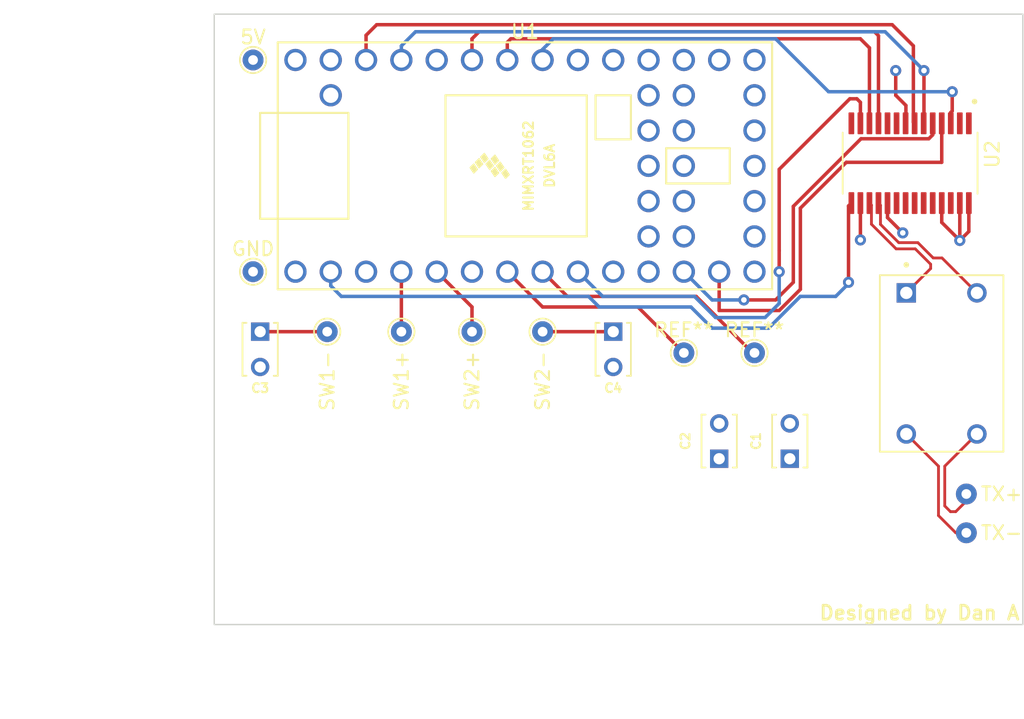
<source format=kicad_pcb>
(kicad_pcb (version 20241229) (generator "pcbnew") (generator_version "9.0")
  (layers (0 "F.Cu" signal) (4 "In1.Cu" power) (6 "In2.Cu" power) (2 "B.Cu" signal) (13 "F.Paste" user) (15 "B.Paste" user) (5 "F.SilkS" user "F.Silkscreen") (7 "B.SilkS" user "B.Silkscreen") (1 "F.Mask" user) (3 "B.Mask" user) (25 "Edge.Cuts" user))
  (net 0 "")
  (net 2 "Net-(U2-V_IO)")
  (net 3 "Net-(U1-20_A6_TX5_LRCLK1)")
  (net 4 "Net-(U1-7_RX2_OUT1A)")
  (net 6 "GND")
  (net 7 "Net-(U1-0_RX1_CRX2_CS1)")
  (net 9 "Net-(U1-11_MOSI_CTX1)")
  (net 10 "Net-(U1-10_CS_MQSR)")
  (net 12 "Net-(U1-21_A7_RX5_BCLK1)")
  (net 15 "Net-(U1-19_A5_SCL0)")
  (net 19 "Net-(U1-23_A9_CRX1_MCLK1)")
  (net 22 "Net-(U1-2_OUT2)")
  (net 23 "Net-(U1-5_IN2)")
  (net 24 "Net-(U1-3_LRCLK2)")
  (net 25 "Net-(U1-6_OUT1D)")
  (net 54 "/DIT4192-TX-")
  (net 55 "/DIT4192-TX+")
  (net 57 "5V0")
  (net 58 "/XLR-TX-")
  (net 59 "/XLR-TX+")
  (net 60 "Net-(C3-Pad1)")
  (net 61 "Net-(C4-Pad1)")
  (footprint "KiCad Models:CAPRR254W54L381T254H466" (layer "F.Cu") (at 157.48 59.69 90)
    (property "Reference" "C2" (at 0 -2.4264 90) (layer "F.SilkS") (effects (font (size 0.64 0.64))))
    (property "Value" "C_Small")
    (fp_line (start 1.905 -1.27) (end -1.905 -1.27) (stroke (width 0.127)) (layer "F.SilkS"))
    (fp_line (start -1.905 -1.27) (end -1.905 -0.979) (stroke (width 0.127)) (layer "F.SilkS"))
    (fp_line (start 1.905 -0.979) (end 1.905 -1.27) (stroke (width 0.127)) (layer "F.SilkS"))
    (fp_line (start 1.905 1.27) (end 1.905 0.979) (stroke (width 0.127)) (layer "F.SilkS"))
    (fp_line (start -1.905 1.27) (end -1.905 0.979) (stroke (width 0.127)) (layer "F.SilkS"))
    (fp_line (start -1.905 1.27) (end 1.905 1.27) (stroke (width 0.127)) (layer "F.SilkS"))
    (pad "1" thru_hole rect (at -1.27 0 90) (size 1.318 1.318) (drill 0.81) (layers "*.Cu" "*.Mask") (net 23 "Net-(U1-5_IN2)"))
    (pad "2" thru_hole circle (at 1.27 0 90) (size 1.318 1.318) (drill 0.81) (layers "*.Cu" "*.Mask") (net 6 "GND"))
  )
  (footprint "KiCad Models:Teensy40" (layer "F.Cu") (at 143.51 39.878)
    (property "Reference" "U1" (at 0 -9.652 0) (layer "F.SilkS"))
    (property "Value" "Teensy4.0")
    (fp_line (start -19.05 -3.81) (end -17.78 -3.81) (stroke (width 0.15)) (layer "F.SilkS"))
    (fp_line (start -19.05 3.81) (end -19.05 -3.81) (stroke (width 0.15)) (layer "F.SilkS"))
    (fp_line (start -17.78 -8.89) (end 17.78 -8.89) (stroke (width 0.15)) (layer "F.SilkS"))
    (fp_line (start -17.78 3.81) (end -19.05 3.81) (stroke (width 0.15)) (layer "F.SilkS"))
    (fp_line (start -17.78 8.89) (end -17.78 -8.89) (stroke (width 0.15)) (layer "F.SilkS"))
    (fp_line (start -12.7 -3.81) (end -17.78 -3.81) (stroke (width 0.15)) (layer "F.SilkS"))
    (fp_line (start -12.7 3.81) (end -17.78 3.81) (stroke (width 0.15)) (layer "F.SilkS"))
    (fp_line (start -12.7 3.81) (end -12.7 -3.81) (stroke (width 0.15)) (layer "F.SilkS"))
    (fp_line (start -5.715 -5.08) (end -5.715 5.08) (stroke (width 0.15)) (layer "F.SilkS"))
    (fp_line (start 4.445 -5.08) (end -5.715 -5.08) (stroke (width 0.15)) (layer "F.SilkS"))
    (fp_line (start 4.445 5.08) (end -5.715 5.08) (stroke (width 0.15)) (layer "F.SilkS"))
    (fp_line (start 4.445 5.08) (end 4.445 -5.08) (stroke (width 0.15)) (layer "F.SilkS"))
    (fp_line (start 5.08 -5.08) (end 7.62 -5.08) (stroke (width 0.15)) (layer "F.SilkS"))
    (fp_line (start 5.08 -1.905) (end 5.08 -5.08) (stroke (width 0.15)) (layer "F.SilkS"))
    (fp_line (start 7.62 -5.08) (end 7.62 -1.905) (stroke (width 0.15)) (layer "F.SilkS"))
    (fp_line (start 7.62 -1.905) (end 5.08 -1.905) (stroke (width 0.15)) (layer "F.SilkS"))
    (fp_line (start 10.16 -1.27) (end 14.732 -1.27) (stroke (width 0.15)) (layer "F.SilkS"))
    (fp_line (start 10.16 1.27) (end 10.16 -1.27) (stroke (width 0.15)) (layer "F.SilkS"))
    (fp_line (start 14.732 -1.27) (end 14.732 1.27) (stroke (width 0.15)) (layer "F.SilkS"))
    (fp_line (start 14.732 1.27) (end 10.16 1.27) (stroke (width 0.15)) (layer "F.SilkS"))
    (fp_line (start 17.78 -8.89) (end 17.78 8.89) (stroke (width 0.15)) (layer "F.SilkS"))
    (fp_line (start 17.78 8.89) (end -17.78 8.89) (stroke (width 0.15)) (layer "F.SilkS"))
    (fp_poly (pts (xy -3.937 0.127) (xy -3.683 -0.127) (xy -3.429 0.254) (xy -3.683 0.508)) (stroke (width 0.1)) (fill yes) (layer "F.SilkS"))
    (fp_poly (pts (xy -3.556 -0.254) (xy -3.302 -0.508) (xy -3.048 -0.127) (xy -3.302 0.127)) (stroke (width 0.1)) (fill yes) (layer "F.SilkS"))
    (fp_poly (pts (xy -3.175 -0.635) (xy -2.921 -0.889) (xy -2.667 -0.508) (xy -2.921 -0.254)) (stroke (width 0.1)) (fill yes) (layer "F.SilkS"))
    (fp_poly (pts (xy -2.794 -0.127) (xy -2.54 -0.381) (xy -2.286 0) (xy -2.54 0.254)) (stroke (width 0.1)) (fill yes) (layer "F.SilkS"))
    (fp_poly (pts (xy -2.413 -0.508) (xy -2.159 -0.762) (xy -1.905 -0.381) (xy -2.159 -0.127)) (stroke (width 0.1)) (fill yes) (layer "F.SilkS"))
    (fp_poly (pts (xy -2.413 0.381) (xy -2.159 0.127) (xy -1.905 0.508) (xy -2.159 0.762)) (stroke (width 0.1)) (fill yes) (layer "F.SilkS"))
    (fp_poly (pts (xy -2.032 0) (xy -1.778 -0.254) (xy -1.524 0.127) (xy -1.778 0.381)) (stroke (width 0.1)) (fill yes) (layer "F.SilkS"))
    (fp_poly (pts (xy -1.651 0.508) (xy -1.397 0.254) (xy -1.143 0.635) (xy -1.397 0.889)) (stroke (width 0.1)) (fill yes) (layer "F.SilkS"))
    (fp_text user "MIMXRT1062" (at 0.254 0 90) (layer "F.SilkS") (effects (font (size 0.7 0.7))))
    (fp_text user "DVL6A" (at 1.778 0 90) (layer "F.SilkS") (effects (font (size 0.7 0.7))))
    (pad "1" thru_hole circle (at -16.51 7.62) (size 1.6 1.6) (drill 1.1) (layers "*.Cu" "*.Mask"))
    (pad "2" thru_hole circle (at -13.97 7.62) (size 1.6 1.6) (drill 1.1) (layers "*.Cu" "*.Mask") (net 7 "Net-(U1-0_RX1_CRX2_CS1)"))
    (pad "3" thru_hole circle (at -11.43 7.62) (size 1.6 1.6) (drill 1.1) (layers "*.Cu" "*.Mask"))
    (pad "4" thru_hole circle (at -8.89 7.62) (size 1.6 1.6) (drill 1.1) (layers "*.Cu" "*.Mask") (net 22 "Net-(U1-2_OUT2)"))
    (pad "5" thru_hole circle (at -6.35 7.62) (size 1.6 1.6) (drill 1.1) (layers "*.Cu" "*.Mask") (net 24 "Net-(U1-3_LRCLK2)"))
    (pad "6" thru_hole circle (at -3.81 7.62) (size 1.6 1.6) (drill 1.1) (layers "*.Cu" "*.Mask"))
    (pad "7" thru_hole circle (at -1.27 7.62) (size 1.6 1.6) (drill 1.1) (layers "*.Cu" "*.Mask") (net 23 "Net-(U1-5_IN2)"))
    (pad "8" thru_hole circle (at 1.27 7.62) (size 1.6 1.6) (drill 1.1) (layers "*.Cu" "*.Mask") (net 25 "Net-(U1-6_OUT1D)"))
    (pad "9" thru_hole circle (at 3.81 7.62) (size 1.6 1.6) (drill 1.1) (layers "*.Cu" "*.Mask") (net 4 "Net-(U1-7_RX2_OUT1A)"))
    (pad "10" thru_hole circle (at 6.35 7.62) (size 1.6 1.6) (drill 1.1) (layers "*.Cu" "*.Mask"))
    (pad "11" thru_hole circle (at 8.89 7.62) (size 1.6 1.6) (drill 1.1) (layers "*.Cu" "*.Mask"))
    (pad "12" thru_hole circle (at 11.43 7.62) (size 1.6 1.6) (drill 1.1) (layers "*.Cu" "*.Mask") (net 10 "Net-(U1-10_CS_MQSR)"))
    (pad "13" thru_hole circle (at 13.97 7.62) (size 1.6 1.6) (drill 1.1) (layers "*.Cu" "*.Mask") (net 9 "Net-(U1-11_MOSI_CTX1)"))
    (pad "14" thru_hole circle (at 16.51 7.62) (size 1.6 1.6) (drill 1.1) (layers "*.Cu" "*.Mask"))
    (pad "15" thru_hole circle (at 16.51 5.08) (size 1.6 1.6) (drill 1.1) (layers "*.Cu" "*.Mask"))
    (pad "16" thru_hole circle (at 16.51 2.54) (size 1.6 1.6) (drill 1.1) (layers "*.Cu" "*.Mask"))
    (pad "17" thru_hole circle (at 16.51 0) (size 1.6 1.6) (drill 1.1) (layers "*.Cu" "*.Mask"))
    (pad "18" thru_hole circle (at 16.51 -2.54) (size 1.6 1.6) (drill 1.1) (layers "*.Cu" "*.Mask"))
    (pad "19" thru_hole circle (at 16.51 -5.08) (size 1.6 1.6) (drill 1.1) (layers "*.Cu" "*.Mask"))
    (pad "20" thru_hole circle (at 16.51 -7.62) (size 1.6 1.6) (drill 1.1) (layers "*.Cu" "*.Mask"))
    (pad "21" thru_hole circle (at 13.97 -7.62) (size 1.6 1.6) (drill 1.1) (layers "*.Cu" "*.Mask"))
    (pad "22" thru_hole circle (at 11.43 -7.62) (size 1.6 1.6) (drill 1.1) (layers "*.Cu" "*.Mask"))
    (pad "23" thru_hole circle (at 8.89 -7.62) (size 1.6 1.6) (drill 1.1) (layers "*.Cu" "*.Mask"))
    (pad "24" thru_hole circle (at 6.35 -7.62) (size 1.6 1.6) (drill 1.1) (layers "*.Cu" "*.Mask"))
    (pad "25" thru_hole circle (at 3.81 -7.62) (size 1.6 1.6) (drill 1.1) (layers "*.Cu" "*.Mask"))
    (pad "26" thru_hole circle (at 1.27 -7.62) (size 1.6 1.6) (drill 1.1) (layers "*.Cu" "*.Mask") (net 15 "Net-(U1-19_A5_SCL0)"))
    (pad "27" thru_hole circle (at -1.27 -7.62) (size 1.6 1.6) (drill 1.1) (layers "*.Cu" "*.Mask") (net 3 "Net-(U1-20_A6_TX5_LRCLK1)"))
    (pad "28" thru_hole circle (at -3.81 -7.62) (size 1.6 1.6) (drill 1.1) (layers "*.Cu" "*.Mask") (net 12 "Net-(U1-21_A7_RX5_BCLK1)"))
    (pad "29" thru_hole circle (at -6.35 -7.62) (size 1.6 1.6) (drill 1.1) (layers "*.Cu" "*.Mask"))
    (pad "30" thru_hole circle (at -8.89 -7.62) (size 1.6 1.6) (drill 1.1) (layers "*.Cu" "*.Mask") (net 19 "Net-(U1-23_A9_CRX1_MCLK1)"))
    (pad "31" thru_hole circle (at -11.43 -7.62) (size 1.6 1.6) (drill 1.1) (layers "*.Cu" "*.Mask") (net 2 "Net-(U2-V_IO)"))
    (pad "32" thru_hole circle (at -13.97 -7.62) (size 1.6 1.6) (drill 1.1) (layers "*.Cu" "*.Mask") (net 6 "GND"))
    (pad "33" thru_hole circle (at -16.51 -7.62) (size 1.6 1.6) (drill 1.1) (layers "*.Cu" "*.Mask") (net 57 "5V0"))
    (pad "34" thru_hole circle (at -13.97 -5.08) (size 1.6 1.6) (drill 1.1) (layers "*.Cu" "*.Mask"))
    (pad "35" thru_hole circle (at 11.43 -5.08) (size 1.6 1.6) (drill 1.1) (layers "*.Cu" "*.Mask"))
    (pad "36" thru_hole circle (at 8.89 -5.08) (size 1.6 1.6) (drill 1.1) (layers "*.Cu" "*.Mask"))
    (pad "37" thru_hole circle (at 11.43 -2.54) (size 1.6 1.6) (drill 1.1) (layers "*.Cu" "*.Mask"))
    (pad "38" thru_hole circle (at 8.89 -2.54) (size 1.6 1.6) (drill 1.1) (layers "*.Cu" "*.Mask"))
    (pad "39" thru_hole circle (at 11.43 0) (size 1.6 1.6) (drill 1.1) (layers "*.Cu" "*.Mask"))
    (pad "40" thru_hole circle (at 8.89 0) (size 1.6 1.6) (drill 1.1) (layers "*.Cu" "*.Mask"))
    (pad "41" thru_hole circle (at 11.43 2.54) (size 1.6 1.6) (drill 1.1) (layers "*.Cu" "*.Mask"))
    (pad "42" thru_hole circle (at 8.89 2.54) (size 1.6 1.6) (drill 1.1) (layers "*.Cu" "*.Mask"))
    (pad "43" thru_hole circle (at 11.43 5.08) (size 1.6 1.6) (drill 1.1) (layers "*.Cu" "*.Mask"))
    (pad "44" thru_hole circle (at 8.89 5.08) (size 1.6 1.6) (drill 1.1) (layers "*.Cu" "*.Mask"))
  )
  (footprint "TestPoint:TestPoint_THTPad_D1.5mm_Drill0.7mm" (layer "F.Cu") (at 160.02 53.34)
    (property "Reference" "REF**" (at 0 -1.648 0) (layer "F.SilkS"))
    (property "Value" "TestPoint_THTPad_D1.5mm_Drill0.7mm" (hide yes))
    (fp_circle (center 0 0) (end 0 0.95) (stroke (width 0.12)) (fill no) (layer "F.SilkS"))
    (pad "1" thru_hole circle (at 0 0) (size 1.5 1.5) (drill 0.7) (layers "*.Cu" "*.Mask") (net 25 "Net-(U1-6_OUT1D)"))
  )
  (footprint "KiCad Models:CAPRR254W54L381T254H466" (layer "F.Cu") (at 149.86 53.086 -90)
    (property "Reference" "C4" (at 2.794 0 180) (layer "F.SilkS") (effects (font (size 0.64 0.64))))
    (property "Value" "C_Small")
    (fp_line (start -1.905 1.27) (end 1.905 1.27) (stroke (width 0.127)) (layer "F.SilkS"))
    (fp_line (start -1.905 1.27) (end -1.905 0.979) (stroke (width 0.127)) (layer "F.SilkS"))
    (fp_line (start 1.905 1.27) (end 1.905 0.979) (stroke (width 0.127)) (layer "F.SilkS"))
    (fp_line (start 1.905 -0.979) (end 1.905 -1.27) (stroke (width 0.127)) (layer "F.SilkS"))
    (fp_line (start -1.905 -1.27) (end -1.905 -0.979) (stroke (width 0.127)) (layer "F.SilkS"))
    (fp_line (start 1.905 -1.27) (end -1.905 -1.27) (stroke (width 0.127)) (layer "F.SilkS"))
    (pad "1" thru_hole rect (at -1.27 0 270) (size 1.318 1.318) (drill 0.81) (layers "*.Cu" "*.Mask") (net 61 "Net-(C4-Pad1)"))
    (pad "2" thru_hole circle (at 1.27 0 270) (size 1.318 1.318) (drill 0.81) (layers "*.Cu" "*.Mask") (net 6 "GND"))
  )
  (footprint "" (layer "F.Cu") (at 175.26 66.294)
    (property "Reference" "" (at 0 0 0) (layer "F.SilkS") (effects (font (size 1.27 1.27))))
    (property "Value" "")
    (pad "1" thru_hole circle (at 0 0) (size 1.5 1.5) (drill 0.7) (layers "*.Cu" "*.Mask") (net 58 "/XLR-TX-"))
  )
  (footprint "TestPoint:TestPoint_THTPad_D1.5mm_Drill0.7mm" (layer "F.Cu") (at 144.78 51.816)
    (property "Reference" "SW2-" (at 0 3.556 90) (layer "F.SilkS"))
    (property "Value" "TestPoint_THTPad_D1.5mm_Drill0.7mm" (hide yes))
    (fp_circle (center 0 0) (end 0 0.95) (stroke (width 0.12)) (fill no) (layer "F.SilkS"))
    (pad "1" thru_hole circle (at 0 0) (size 1.5 1.5) (drill 0.7) (layers "*.Cu" "*.Mask") (net 61 "Net-(C4-Pad1)"))
  )
  (footprint "TestPoint:TestPoint_THTPad_D1.5mm_Drill0.7mm" (layer "F.Cu") (at 154.94 53.34)
    (property "Reference" "REF**" (at 0 -1.648 0) (layer "F.SilkS"))
    (property "Value" "TestPoint_THTPad_D1.5mm_Drill0.7mm" (hide yes))
    (fp_circle (center 0 0) (end 0 0.95) (stroke (width 0.12)) (fill no) (layer "F.SilkS"))
    (pad "1" thru_hole circle (at 0 0) (size 1.5 1.5) (drill 0.7) (layers "*.Cu" "*.Mask") (net 23 "Net-(U1-5_IN2)"))
  )
  (footprint "PE_65612NL:XFMR_PE-65612NL" (layer "F.Cu") (at 173.482 54.102 -90)
    (property "Reference" "T1" (hide yes))
    (property "Value" "PE-65612NL")
    (fp_line (start -6.35 4.445) (end 6.35 4.445) (stroke (width 0.127)) (layer "F.SilkS"))
    (fp_line (start -6.35 -4.445) (end -6.35 4.445) (stroke (width 0.127)) (layer "F.SilkS"))
    (fp_line (start -6.35 -4.445) (end 6.35 -4.445) (stroke (width 0.127)) (layer "F.SilkS"))
    (fp_line (start 6.35 -4.445) (end 6.35 4.445) (stroke (width 0.127)) (layer "F.SilkS"))
    (fp_circle (center -7.1 2.54) (end -7 2.54) (stroke (width 0.2)) (fill no) (layer "F.SilkS"))
    (pad "1" thru_hole rect (at -5.08 2.54 270) (size 1.397 1.397) (drill 0.889) (layers "*.Cu" "*.Mask") (net 54 "/DIT4192-TX-"))
    (pad "2" thru_hole circle (at -5.08 -2.54 270) (size 1.397 1.397) (drill 0.889) (layers "*.Cu" "*.Mask") (net 55 "/DIT4192-TX+"))
    (pad "3" thru_hole circle (at 5.08 2.54 270) (size 1.397 1.397) (drill 0.889) (layers "*.Cu" "*.Mask") (net 58 "/XLR-TX-"))
    (pad "4" thru_hole circle (at 5.08 -2.54 270) (size 1.397 1.397) (drill 0.889) (layers "*.Cu" "*.Mask") (net 59 "/XLR-TX+"))
  )
  (footprint "TestPoint:TestPoint_THTPad_D1.5mm_Drill0.7mm" (layer "F.Cu") (at 139.7 51.816)
    (property "Reference" "SW2+" (at 0 3.556 270) (layer "F.SilkS"))
    (property "Value" "TestPoint_THTPad_D1.5mm_Drill0.7mm" (hide yes))
    (fp_circle (center 0 0) (end 0 0.95) (stroke (width 0.12)) (fill no) (layer "F.SilkS"))
    (pad "1" thru_hole circle (at 0 0) (size 1.5 1.5) (drill 0.7) (layers "*.Cu" "*.Mask") (net 24 "Net-(U1-3_LRCLK2)"))
  )
  (footprint "TestPoint:TestPoint_THTPad_D1.5mm_Drill0.7mm" (layer "F.Cu") (at 129.286 51.816)
    (property "Reference" "SW1-" (at 0 3.556 90) (layer "F.SilkS"))
    (property "Value" "TestPoint_THTPad_D1.5mm_Drill0.7mm" (hide yes))
    (fp_circle (center 0 0) (end 0 0.95) (stroke (width 0.12)) (fill no) (layer "F.SilkS"))
    (pad "1" thru_hole circle (at 0 0) (size 1.5 1.5) (drill 0.7) (layers "*.Cu" "*.Mask") (net 60 "Net-(C3-Pad1)"))
  )
  (footprint "TestPoint:TestPoint_THTPad_D1.5mm_Drill0.7mm" (layer "F.Cu") (at 123.952 47.498)
    (property "Reference" "GND" (at 0 -1.648 0) (layer "F.SilkS"))
    (property "Value" "GND")
    (fp_circle (center 0 0) (end 0 0.95) (stroke (width 0.12)) (fill no) (layer "F.SilkS"))
    (pad "1" thru_hole circle (at 0 0) (size 1.5 1.5) (drill 0.7) (layers "*.Cu" "*.Mask") (net 6 "GND"))
  )
  (footprint "TestPoint:TestPoint_THTPad_D1.5mm_Drill0.7mm" (layer "F.Cu") (at 134.62 51.816)
    (property "Reference" "SW1+" (at 0 3.556 90) (layer "F.SilkS"))
    (property "Value" "TestPoint_THTPad_D1.5mm_Drill0.7mm" (hide yes))
    (fp_circle (center 0 0) (end 0 0.95) (stroke (width 0.12)) (fill no) (layer "F.SilkS"))
    (pad "1" thru_hole circle (at 0 0) (size 1.5 1.5) (drill 0.7) (layers "*.Cu" "*.Mask") (net 22 "Net-(U1-2_OUT2)"))
  )
  (footprint "TestPoint:TestPoint_THTPad_D1.5mm_Drill0.7mm" (layer "F.Cu") (at 123.952 32.258)
    (property "Reference" "5V" (at 0 -1.648 0) (layer "F.SilkS"))
    (property "Value" "5V")
    (fp_circle (center 0 0) (end 0 0.95) (stroke (width 0.12)) (fill no) (layer "F.SilkS"))
    (pad "1" thru_hole circle (at 0 0) (size 1.5 1.5) (drill 0.7) (layers "*.Cu" "*.Mask") (net 57 "5V0"))
  )
  (footprint "KiCad Models:CAPRR254W54L381T254H466" (layer "F.Cu") (at 162.56 59.69 90)
    (property "Reference" "C1" (at 0 -2.4264 90) (layer "F.SilkS") (effects (font (size 0.64 0.64))))
    (property "Value" "C_Small")
    (fp_line (start 1.905 -1.27) (end -1.905 -1.27) (stroke (width 0.127)) (layer "F.SilkS"))
    (fp_line (start -1.905 -1.27) (end -1.905 -0.979) (stroke (width 0.127)) (layer "F.SilkS"))
    (fp_line (start 1.905 -0.979) (end 1.905 -1.27) (stroke (width 0.127)) (layer "F.SilkS"))
    (fp_line (start 1.905 1.27) (end 1.905 0.979) (stroke (width 0.127)) (layer "F.SilkS"))
    (fp_line (start -1.905 1.27) (end -1.905 0.979) (stroke (width 0.127)) (layer "F.SilkS"))
    (fp_line (start -1.905 1.27) (end 1.905 1.27) (stroke (width 0.127)) (layer "F.SilkS"))
    (pad "1" thru_hole rect (at -1.27 0 90) (size 1.318 1.318) (drill 0.81) (layers "*.Cu" "*.Mask") (net 25 "Net-(U1-6_OUT1D)"))
    (pad "2" thru_hole circle (at 1.27 0 90) (size 1.318 1.318) (drill 0.81) (layers "*.Cu" "*.Mask") (net 6 "GND"))
  )
  (footprint "DIT4192IPW:SOP65P640X120-28N" (layer "F.Cu") (at 171.215 39.6875 -90)
    (property "Reference" "U2" (at -0.645 -5.912 90) (layer "F.SilkS"))
    (property "Value" "DIT4192IPW")
    (fp_line (start -2.2 4.85) (end 2.2 4.85) (stroke (width 0.127)) (layer "F.SilkS"))
    (fp_line (start -2.2 -4.85) (end 2.2 -4.85) (stroke (width 0.127)) (layer "F.SilkS"))
    (fp_circle (center -4.44 -4.635) (end -4.34 -4.635) (stroke (width 0.2)) (fill no) (layer "F.SilkS"))
    (pad "1" smd roundrect (at -2.87 -4.225 270) (size 1.57 0.41) (layers "F.Cu" "F.Mask" "F.Paste") (roundrect_rratio 0.125))
    (pad "2" smd roundrect (at -2.87 -3.575 270) (size 1.57 0.41) (layers "F.Cu" "F.Mask" "F.Paste") (roundrect_rratio 0.125))
    (pad "3" smd roundrect (at -2.87 -2.925 270) (size 1.57 0.41) (layers "F.Cu" "F.Mask" "F.Paste") (roundrect_rratio 0.125) (net 15 "Net-(U1-19_A5_SCL0)"))
    (pad "4" smd roundrect (at -2.87 -2.275 270) (size 1.57 0.41) (layers "F.Cu" "F.Mask" "F.Paste") (roundrect_rratio 0.125) (net 9 "Net-(U1-11_MOSI_CTX1)"))
    (pad "5" smd roundrect (at -2.87 -1.625 270) (size 1.57 0.41) (layers "F.Cu" "F.Mask" "F.Paste") (roundrect_rratio 0.125) (net 10 "Net-(U1-10_CS_MQSR)"))
    (pad "6" smd roundrect (at -2.87 -0.975 270) (size 1.57 0.41) (layers "F.Cu" "F.Mask" "F.Paste") (roundrect_rratio 0.125) (net 19 "Net-(U1-23_A9_CRX1_MCLK1)"))
    (pad "7" smd roundrect (at -2.87 -0.325 270) (size 1.57 0.41) (layers "F.Cu" "F.Mask" "F.Paste") (roundrect_rratio 0.125) (net 2 "Net-(U2-V_IO)"))
    (pad "8" smd roundrect (at -2.87 0.325 270) (size 1.57 0.41) (layers "F.Cu" "F.Mask" "F.Paste") (roundrect_rratio 0.125) (net 6 "GND"))
    (pad "9" smd roundrect (at -2.87 0.975 270) (size 1.57 0.41) (layers "F.Cu" "F.Mask" "F.Paste") (roundrect_rratio 0.125))
    (pad "10" smd roundrect (at -2.87 1.625 270) (size 1.57 0.41) (layers "F.Cu" "F.Mask" "F.Paste") (roundrect_rratio 0.125))
    (pad "11" smd roundrect (at -2.87 2.275 270) (size 1.57 0.41) (layers "F.Cu" "F.Mask" "F.Paste") (roundrect_rratio 0.125) (net 12 "Net-(U1-21_A7_RX5_BCLK1)"))
    (pad "12" smd roundrect (at -2.87 2.925 270) (size 1.57 0.41) (layers "F.Cu" "F.Mask" "F.Paste") (roundrect_rratio 0.125) (net 3 "Net-(U1-20_A6_TX5_LRCLK1)"))
    (pad "13" smd roundrect (at -2.87 3.575 270) (size 1.57 0.41) (layers "F.Cu" "F.Mask" "F.Paste") (roundrect_rratio 0.125) (net 4 "Net-(U1-7_RX2_OUT1A)"))
    (pad "14" smd roundrect (at -2.87 4.225 270) (size 1.57 0.41) (layers "F.Cu" "F.Mask" "F.Paste") (roundrect_rratio 0.125))
    (pad "15" smd roundrect (at 2.87 4.225 270) (size 1.57 0.41) (layers "F.Cu" "F.Mask" "F.Paste") (roundrect_rratio 0.125) (net 7 "Net-(U1-0_RX1_CRX2_CS1)"))
    (pad "16" smd roundrect (at 2.87 3.575 270) (size 1.57 0.41) (layers "F.Cu" "F.Mask" "F.Paste") (roundrect_rratio 0.125) (net 6 "GND"))
    (pad "17" smd roundrect (at 2.87 2.925 270) (size 1.57 0.41) (layers "F.Cu" "F.Mask" "F.Paste") (roundrect_rratio 0.125) (net 54 "/DIT4192-TX-"))
    (pad "18" smd roundrect (at 2.87 2.275 270) (size 1.57 0.41) (layers "F.Cu" "F.Mask" "F.Paste") (roundrect_rratio 0.125) (net 55 "/DIT4192-TX+"))
    (pad "19" smd roundrect (at 2.87 1.625 270) (size 1.57 0.41) (layers "F.Cu" "F.Mask" "F.Paste") (roundrect_rratio 0.125) (net 57 "5V0"))
    (pad "20" smd roundrect (at 2.87 0.975 270) (size 1.57 0.41) (layers "F.Cu" "F.Mask" "F.Paste") (roundrect_rratio 0.125))
    (pad "21" smd roundrect (at 2.87 0.325 270) (size 1.57 0.41) (layers "F.Cu" "F.Mask" "F.Paste") (roundrect_rratio 0.125))
    (pad "22" smd roundrect (at 2.87 -0.325 270) (size 1.57 0.41) (layers "F.Cu" "F.Mask" "F.Paste") (roundrect_rratio 0.125))
    (pad "23" smd roundrect (at 2.87 -0.975 270) (size 1.57 0.41) (layers "F.Cu" "F.Mask" "F.Paste") (roundrect_rratio 0.125))
    (pad "24" smd roundrect (at 2.87 -1.625 270) (size 1.57 0.41) (layers "F.Cu" "F.Mask" "F.Paste") (roundrect_rratio 0.125))
    (pad "25" smd roundrect (at 2.87 -2.275 270) (size 1.57 0.41) (layers "F.Cu" "F.Mask" "F.Paste") (roundrect_rratio 0.125) (net 6 "GND"))
    (pad "26" smd roundrect (at 2.87 -2.925 270) (size 1.57 0.41) (layers "F.Cu" "F.Mask" "F.Paste") (roundrect_rratio 0.125))
    (pad "27" smd roundrect (at 2.87 -3.575 270) (size 1.57 0.41) (layers "F.Cu" "F.Mask" "F.Paste") (roundrect_rratio 0.125) (net 6 "GND"))
    (pad "28" smd roundrect (at 2.87 -4.225 270) (size 1.57 0.41) (layers "F.Cu" "F.Mask" "F.Paste") (roundrect_rratio 0.125) (net 6 "GND"))
  )
  (footprint "" (layer "F.Cu") (at 175.26 63.5)
    (property "Reference" "" (at 0 0 0) (layer "F.SilkS") (effects (font (size 1.27 1.27))))
    (property "Value" "")
    (pad "1" thru_hole circle (at 0 0) (size 1.5 1.5) (drill 0.7) (layers "*.Cu" "*.Mask") (net 59 "/XLR-TX+"))
  )
  (footprint "KiCad Models:CAPRR254W54L381T254H466" (layer "F.Cu") (at 124.46 53.086 -90)
    (property "Reference" "C3" (at 2.794 0 180) (layer "F.SilkS") (effects (font (size 0.64 0.64))))
    (property "Value" "C_Small")
    (fp_line (start -1.905 1.27) (end 1.905 1.27) (stroke (width 0.127)) (layer "F.SilkS"))
    (fp_line (start -1.905 1.27) (end -1.905 0.979) (stroke (width 0.127)) (layer "F.SilkS"))
    (fp_line (start 1.905 1.27) (end 1.905 0.979) (stroke (width 0.127)) (layer "F.SilkS"))
    (fp_line (start 1.905 -0.979) (end 1.905 -1.27) (stroke (width 0.127)) (layer "F.SilkS"))
    (fp_line (start -1.905 -1.27) (end -1.905 -0.979) (stroke (width 0.127)) (layer "F.SilkS"))
    (fp_line (start 1.905 -1.27) (end -1.905 -1.27) (stroke (width 0.127)) (layer "F.SilkS"))
    (pad "1" thru_hole rect (at -1.27 0 270) (size 1.318 1.318) (drill 0.81) (layers "*.Cu" "*.Mask") (net 60 "Net-(C3-Pad1)"))
    (pad "2" thru_hole circle (at 1.27 0 270) (size 1.318 1.318) (drill 0.81) (layers "*.Cu" "*.Mask") (net 6 "GND"))
  )
  (gr_rect (start 121.158 28.956) (end 179.324 72.898) (stroke (width 0.1)) (fill no) (layer "Edge.Cuts"))
  (gr_text "Designed by Dan A" (at 164.592 72.644 0) (layer "F.SilkS") (effects (font (size 1 1) (thickness 0.2) (bold yes)) (justify left bottom)))
  (gr_text "TX-\n" (at 177.8 66.294 0) (layer "F.SilkS") (effects (font (size 1 1))))
  (gr_text "TX+" (at 177.8 63.5 0) (layer "F.SilkS") (effects (font (size 1 1))))
  (segment (start 171.45 36.7275) (end 171.54 36.8175) (width 0.25) (layer "F.Cu") (net 2))
  (segment (start 132.08 32.258) (end 132.08 30.48) (width 0.25) (layer "F.Cu") (net 2))
  (segment (start 132.08 30.48) (end 132.842 29.718) (width 0.25) (layer "F.Cu") (net 2))
  (segment (start 171.45 31.242) (end 171.45 36.7275) (width 0.25) (layer "F.Cu") (net 2))
  (segment (start 132.842 29.718) (end 169.926 29.718) (width 0.25) (layer "F.Cu") (net 2))
  (segment (start 169.926 29.718) (end 171.45 31.242) (width 0.25) (layer "F.Cu") (net 2))
  (segment (start 142.494 30.734) (end 142.24 30.988) (width 0.25) (layer "F.Cu") (net 3))
  (segment (start 168.29 31.384) (end 167.64 30.734) (width 0.25) (layer "F.Cu") (net 3))
  (segment (start 142.24 30.988) (end 142.24 32.258) (width 0.25) (layer "F.Cu") (net 3))
  (segment (start 168.29 36.8175) (end 168.29 31.384) (width 0.25) (layer "F.Cu") (net 3))
  (segment (start 167.64 30.734) (end 142.494 30.734) (width 0.25) (layer "F.Cu") (net 3))
  (segment (start 161.798 45.974) (end 161.798 47.498) (width 0.25) (layer "F.Cu") (net 4))
  (segment (start 166.878 35.052) (end 167.386 35.052) (width 0.25) (layer "F.Cu") (net 4))
  (segment (start 167.64 35.306) (end 167.64 36.8175) (width 0.25) (layer "F.Cu") (net 4))
  (segment (start 161.798 40.132) (end 166.878 35.052) (width 0.25) (layer "F.Cu") (net 4))
  (segment (start 167.386 35.052) (end 167.64 35.306) (width 0.25) (layer "F.Cu") (net 4))
  (segment (start 161.798 45.974) (end 161.798 40.132) (width 0.25) (layer "F.Cu") (net 4))
  (via (at 161.798 47.498) (size 0.8) (drill 0.4) (layers "F.Cu" "B.Cu") (net 4))
  (segment (start 147.32 47.498) (end 149.098 49.276) (width 0.25) (layer "B.Cu") (net 4))
  (segment (start 149.098 49.276) (end 155.702 49.276) (width 0.25) (layer "B.Cu") (net 4))
  (segment (start 161.798 49.784) (end 161.798 47.498) (width 0.25) (layer "B.Cu") (net 4))
  (segment (start 155.702 49.276) (end 157.226 50.8) (width 0.25) (layer "B.Cu") (net 4))
  (segment (start 157.226 50.8) (end 160.782 50.8) (width 0.25) (layer "B.Cu") (net 4))
  (segment (start 160.782 50.8) (end 161.798 49.784) (width 0.25) (layer "B.Cu") (net 4))
  (segment (start 170.912576 36.794924) (end 170.89 36.8175) (width 0.25) (layer "F.Cu") (net 6))
  (segment (start 170.912576 35.530576) (end 170.912576 36.794924) (width 0.25) (layer "F.Cu") (net 6))
  (segment (start 174.79 45.25) (end 175.44 44.6) (width 0.25) (layer "F.Cu") (net 6))
  (segment (start 170.18 33.02) (end 170.18 34.798) (width 0.25) (layer "F.Cu") (net 6))
  (segment (start 175.44 44.6) (end 175.44 42.5575) (width 0.25) (layer "F.Cu") (net 6))
  (segment (start 167.64 42.5575) (end 167.64 45.212) (width 0.25) (layer "F.Cu") (net 6))
  (segment (start 173.49 43.95) (end 173.49 42.5575) (width 0.25) (layer "F.Cu") (net 6))
  (segment (start 170.18 34.798) (end 170.912576 35.530576) (width 0.25) (layer "F.Cu") (net 6))
  (segment (start 174.79 45.25) (end 174.79 42.5575) (width 0.25) (layer "F.Cu") (net 6))
  (segment (start 174.79 45.25) (end 173.49 43.95) (width 0.25) (layer "F.Cu") (net 6))
  (via (at 174.79 45.25) (size 0.8) (drill 0.4) (layers "F.Cu" "B.Cu") (net 6))
  (via (at 170.18 33.02) (size 0.8) (drill 0.4) (layers "F.Cu" "B.Cu") (net 6))
  (via (at 167.64 45.212) (size 0.8) (drill 0.4) (layers "F.Cu" "B.Cu") (net 6))
  (segment (start 166.785001 48.26) (end 166.785001 42.762499) (width 0.25) (layer "F.Cu") (net 7))
  (segment (start 166.785001 42.762499) (end 166.99 42.5575) (width 0.25) (layer "F.Cu") (net 7))
  (via (at 166.785001 48.26) (size 0.8) (drill 0.4) (layers "F.Cu" "B.Cu") (net 7))
  (segment (start 166.785001 48.352999) (end 166.785001 48.26) (width 0.25) (layer "B.Cu") (net 7))
  (segment (start 129.54 47.498) (end 129.54 48.514) (width 0.25) (layer "B.Cu") (net 7))
  (segment (start 148.844 50.038) (end 155.448 50.038) (width 0.25) (layer "B.Cu") (net 7))
  (segment (start 161.036 51.562) (end 163.322 49.276) (width 0.25) (layer "B.Cu") (net 7))
  (segment (start 129.54 48.514) (end 130.302 49.276) (width 0.25) (layer "B.Cu") (net 7))
  (segment (start 156.972 51.562) (end 161.036 51.562) (width 0.25) (layer "B.Cu") (net 7))
  (segment (start 163.322 49.276) (end 165.862001 49.276) (width 0.25) (layer "B.Cu") (net 7))
  (segment (start 148.082 49.276) (end 148.844 50.038) (width 0.25) (layer "B.Cu") (net 7))
  (segment (start 130.302 49.276) (end 148.082 49.276) (width 0.25) (layer "B.Cu") (net 7))
  (segment (start 155.448 50.038) (end 156.972 51.562) (width 0.25) (layer "B.Cu") (net 7))
  (segment (start 165.862001 49.276) (end 166.785001 48.352999) (width 0.25) (layer "B.Cu") (net 7))
  (segment (start 157.48 47.498) (end 157.48 50.292) (width 0.25) (layer "F.Cu") (net 9))
  (segment (start 163.322 48.768) (end 163.322 42.926) (width 0.25) (layer "F.Cu") (net 9))
  (segment (start 163.322 42.926) (end 166.624 39.624) (width 0.25) (layer "F.Cu") (net 9))
  (segment (start 173.49 39.616) (end 173.49 36.8175) (width 0.25) (layer "F.Cu") (net 9))
  (segment (start 157.48 50.292) (end 161.798 50.292) (width 0.25) (layer "F.Cu") (net 9))
  (segment (start 161.798 50.292) (end 163.322 48.768) (width 0.25) (layer "F.Cu") (net 9))
  (segment (start 166.624 39.624) (end 173.482 39.624) (width 0.25) (layer "F.Cu") (net 9))
  (segment (start 173.482 39.624) (end 173.49 39.616) (width 0.25) (layer "F.Cu") (net 9))
  (segment (start 159.258 49.53) (end 161.544 49.53) (width 0.25) (layer "F.Cu") (net 10))
  (segment (start 167.68169 37.9285) (end 172.5585 37.9285) (width 0.25) (layer "F.Cu") (net 10))
  (segment (start 172.5585 37.9285) (end 172.84 37.647) (width 0.25) (layer "F.Cu") (net 10))
  (segment (start 172.84 37.647) (end 172.84 36.8175) (width 0.25) (layer "F.Cu") (net 10))
  (segment (start 161.544 49.53) (end 162.814 48.26) (width 0.25) (layer "F.Cu") (net 10))
  (segment (start 162.814 48.26) (end 162.814 42.79619) (width 0.25) (layer "F.Cu") (net 10))
  (segment (start 162.814 42.79619) (end 167.68169 37.9285) (width 0.25) (layer "F.Cu") (net 10))
  (via (at 159.258 49.53) (size 0.8) (drill 0.4) (layers "F.Cu" "B.Cu") (net 10))
  (segment (start 156.972 49.53) (end 159.258 49.53) (width 0.25) (layer "B.Cu") (net 10))
  (segment (start 154.94 47.498) (end 156.972 49.53) (width 0.25) (layer "B.Cu") (net 10))
  (segment (start 168.656 30.226) (end 168.94 30.51) (width 0.25) (layer "F.Cu") (net 12))
  (segment (start 140.208 30.226) (end 168.656 30.226) (width 0.25) (layer "F.Cu") (net 12))
  (segment (start 139.7 32.258) (end 139.7 30.734) (width 0.25) (layer "F.Cu") (net 12))
  (segment (start 168.94 30.51) (end 168.94 36.8175) (width 0.25) (layer "F.Cu") (net 12))
  (segment (start 139.7 30.734) (end 140.208 30.226) (width 0.25) (layer "F.Cu") (net 12))
  (segment (start 174.244 35.928501) (end 174.14 36.032501) (width 0.25) (layer "F.Cu") (net 15))
  (segment (start 174.244 34.544) (end 174.244 35.928501) (width 0.25) (layer "F.Cu") (net 15))
  (segment (start 174.14 36.032501) (end 174.14 36.8175) (width 0.25) (layer "F.Cu") (net 15))
  (via (at 174.244 34.544) (size 0.8) (drill 0.4) (layers "F.Cu" "B.Cu") (net 15))
  (segment (start 145.542 30.734) (end 144.78 31.496) (width 0.25) (layer "B.Cu") (net 15))
  (segment (start 144.78 31.496) (end 144.78 32.258) (width 0.25) (layer "B.Cu") (net 15))
  (segment (start 174.244 34.544) (end 165.354 34.544) (width 0.25) (layer "B.Cu") (net 15))
  (segment (start 165.354 34.544) (end 161.544 30.734) (width 0.25) (layer "B.Cu") (net 15))
  (segment (start 161.544 30.734) (end 145.542 30.734) (width 0.25) (layer "B.Cu") (net 15))
  (segment (start 172.212 36.7955) (end 172.19 36.8175) (width 0.25) (layer "F.Cu") (net 19))
  (segment (start 172.212 33.02) (end 172.212 36.7955) (width 0.25) (layer "F.Cu") (net 19))
  (via (at 172.212 33.02) (size 0.8) (drill 0.4) (layers "F.Cu" "B.Cu") (net 19))
  (segment (start 172.212 33.02) (end 169.418 30.226) (width 0.25) (layer "B.Cu") (net 19))
  (segment (start 135.636 30.226) (end 134.62 31.242) (width 0.25) (layer "B.Cu") (net 19))
  (segment (start 169.418 30.226) (end 135.636 30.226) (width 0.25) (layer "B.Cu") (net 19))
  (segment (start 134.62 31.242) (end 134.62 32.258) (width 0.25) (layer "B.Cu") (net 19))
  (segment (start 134.62 51.816) (end 134.62 47.498) (width 0.25) (layer "F.Cu") (net 22))
  (segment (start 142.24 47.498) (end 144.78 50.038) (width 0.25) (layer "F.Cu") (net 23))
  (segment (start 151.638 50.038) (end 154.94 53.34) (width 0.25) (layer "F.Cu") (net 23))
  (segment (start 144.78 50.038) (end 151.638 50.038) (width 0.25) (layer "F.Cu") (net 23))
  (segment (start 137.16 47.498) (end 139.7 50.038) (width 0.25) (layer "F.Cu") (net 24))
  (segment (start 139.7 50.038) (end 139.7 51.816) (width 0.25) (layer "F.Cu") (net 24))
  (segment (start 159.89019 53.34) (end 160.02 53.34) (width 0.25) (layer "F.Cu") (net 25))
  (segment (start 155.82619 49.276) (end 159.89019 53.34) (width 0.25) (layer "F.Cu") (net 25))
  (segment (start 146.558 49.276) (end 155.82619 49.276) (width 0.25) (layer "F.Cu") (net 25))
  (segment (start 144.78 47.498) (end 146.558 49.276) (width 0.25) (layer "F.Cu") (net 25))
  (segment (start 171.58748 45.85498) (end 172.6935 46.961) (width 0.2) (layer "F.Cu") (net 54))
  (segment (start 172.6935 47.2705) (end 170.942 49.022) (width 0.2) (layer "F.Cu") (net 54))
  (segment (start 168.29 42.5575) (end 168.434 42.7015) (width 0.2) (layer "F.Cu") (net 54))
  (segment (start 172.6935 46.961) (end 172.6935 47.2705) (width 0.2) (layer "F.Cu") (net 54))
  (segment (start 168.434 44.077732) (end 170.211248 45.85498) (width 0.2) (layer "F.Cu") (net 54))
  (segment (start 170.211248 45.85498) (end 171.58748 45.85498) (width 0.2) (layer "F.Cu") (net 54))
  (segment (start 168.434 42.7015) (end 168.434 44.077732) (width 0.2) (layer "F.Cu") (net 54))
  (segment (start 168.94 42.5575) (end 168.94 42.571103) (width 0.2) (layer "F.Cu") (net 55))
  (segment (start 169.084 44.091364) (end 170.397636 45.405) (width 0.2) (layer "F.Cu") (net 55))
  (segment (start 170.397636 45.405) (end 171.773897 45.405) (width 0.2) (layer "F.Cu") (net 55))
  (segment (start 171.773897 45.405) (end 172.879897 46.511) (width 0.2) (layer "F.Cu") (net 55))
  (segment (start 173.511 46.511) (end 176.022 49.022) (width 0.2) (layer "F.Cu") (net 55))
  (segment (start 169.084 42.715103) (end 169.084 44.091364) (width 0.2) (layer "F.Cu") (net 55))
  (segment (start 172.879897 46.511) (end 173.511 46.511) (width 0.2) (layer "F.Cu") (net 55))
  (segment (start 168.94 42.571103) (end 169.084 42.715103) (width 0.2) (layer "F.Cu") (net 55))
  (segment (start 170.688 44.704) (end 169.59 43.606) (width 0.25) (layer "F.Cu") (net 57))
  (segment (start 169.59 43.606) (end 169.59 42.5575) (width 0.25) (layer "F.Cu") (net 57))
  (via (at 170.688 44.704) (size 0.8) (drill 0.4) (layers "F.Cu" "B.Cu") (net 57))
  (segment (start 174.498 66.294) (end 173.257 65.053) (width 0.2) (layer "F.Cu") (net 58))
  (segment (start 173.257 61.497) (end 170.942 59.182) (width 0.2) (layer "F.Cu") (net 58))
  (segment (start 173.257 65.053) (end 173.257 61.497) (width 0.2) (layer "F.Cu") (net 58))
  (segment (start 175.26 66.294) (end 174.498 66.294) (width 0.2) (layer "F.Cu") (net 58))
  (segment (start 173.707 61.497) (end 176.022 59.182) (width 0.2) (layer "F.Cu") (net 59))
  (segment (start 174.498 64.77) (end 174.117 64.77) (width 0.2) (layer "F.Cu") (net 59))
  (segment (start 175.26 63.5) (end 175.26 64.008) (width 0.2) (layer "F.Cu") (net 59))
  (segment (start 173.707 64.36) (end 173.707 61.497) (width 0.2) (layer "F.Cu") (net 59))
  (segment (start 174.117 64.77) (end 173.707 64.36) (width 0.2) (layer "F.Cu") (net 59))
  (segment (start 175.26 64.008) (end 174.498 64.77) (width 0.2) (layer "F.Cu") (net 59))
  (segment (start 129.286 51.816) (end 124.46 51.816) (width 0.25) (layer "F.Cu") (net 60))
  (segment (start 144.78 51.816) (end 149.86 51.816) (width 0.25) (layer "F.Cu") (net 61))
)
</source>
